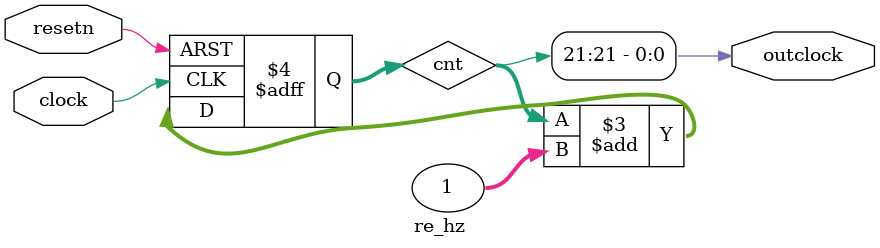
<source format=v>
`timescale 1ns / 1ps

module sccomp_top(clock, resetn, inst, pc, aluout, memout,  a_to_g,  an, dp, reg_addr, ispc, hl );
  input clock, resetn;
  output [31:0] inst, pc, aluout, memout; 
  output  [6:0] a_to_g;
  output  [3:0] an;
  output  dp;
  input [4:0] reg_addr;
  input ispc;
  input hl;

  wire outclock;
  re_hz re_hz(clock, resetn, outclock);
  wire [31:0] reg_out;
  wire [31:0] data_show;
  wire [15:0] data_out;

  
  sccomp_dataflow sccomp( outclock, resetn, pc, inst, aluout, memout, reg_addr, reg_out );
  //assign reg_22 = sccomp_top.sccomp.cpu.rf.reg22.q;
  
  //led led( inst[15:0], clock, resetn,  a_to_g, an, dp );
  mux2x32 mux1(reg_out,pc,ispc,data_show);
  mux2x16 mux2(data_show[15:0],data_show[31:16],hl, data_out);
  
  led led( data_out[15:0], clock, resetn,  a_to_g, an, dp );


endmodule

module re_hz( 
input clock,
input resetn,
output outclock
);

reg [31:0] cnt;
always @( posedge clock or posedge resetn)  begin
  if( resetn == 1 )
    cnt = 0;
  else 
    cnt = cnt + 1;
end
  assign outclock = cnt[21];
endmodule
</source>
